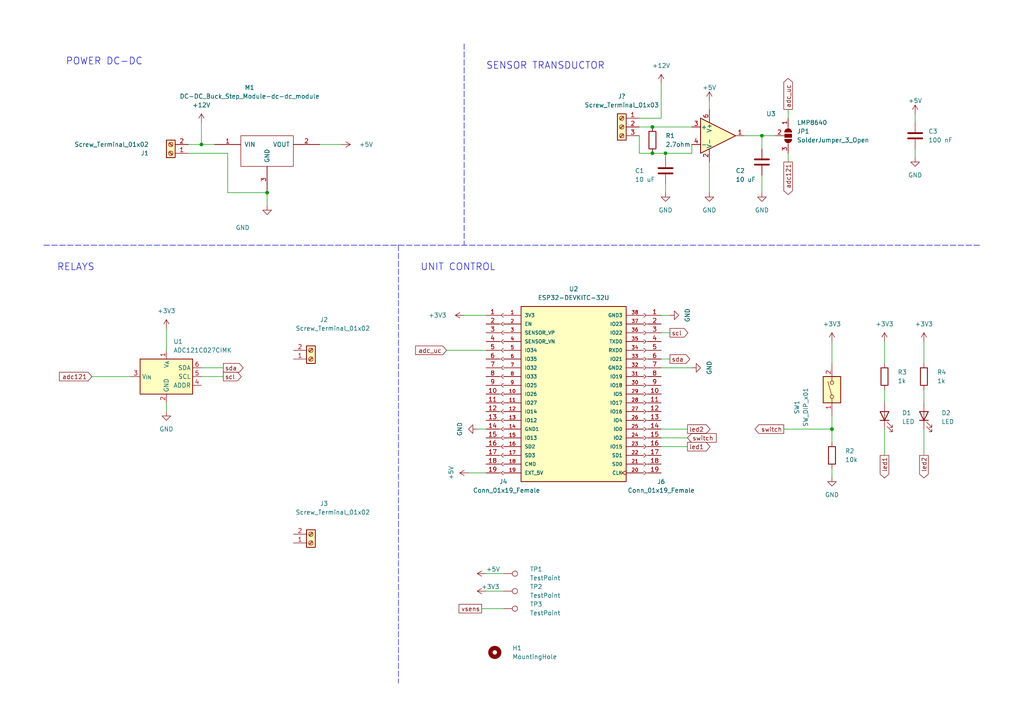
<source format=kicad_sch>
(kicad_sch (version 20211123) (generator eeschema)
  (paper "A4")
  (title_block (title "4-20mA Wifi Logger ") (date "2022-03-15") (rev "v1.0"))
  (lib_symbols
    (symbol "Amplifier_Current:LMP8640" (pin_names (offset 0.127))
      (property "Reference" "U" (at 3.81 5.08 0))
      (property "Value" "LMP8640" (at 3.81 2.54 0))
      (symbol "LMP8640_0_1"
        (polyline (pts (xy -5.08 5.08) (xy 5.08 0) (xy -5.08 -5.08) (xy -5.08 5.08)) (stroke (width 0.254)) (fill (type background)))
      )
      (symbol "LMP8640_1_1"
        (pin output line (at 7.62 0 180) (length 2.54) (name "~") (number "1"))
        (pin power_in line (at -2.54 -7.62 90) (length 3.81) (name "V-") (number "2"))
        (pin input line (at -7.62 2.54 0) (length 2.54) (name "+") (number "3"))
        (pin input line (at -7.62 -2.54 0) (length 2.54) (name "-") (number "4"))
        (pin power_in line (at -2.54 7.62 270) (length 3.81) (name "V+") (number "6"))
      )
    )
    (symbol "Analog_ADC:ADC101C021CIMK"
      (property "Reference" "U" (at 3.81 11.43 0))
      (property "Value" "ADC101C021CIMK" (at 11.43 8.89 0))
      (symbol "ADC101C021CIMK_0_1"
        (rectangle (start -7.62 5.08) (end 7.62 -5.08) (stroke (width 0.254)) (fill (type background)))
      )
      (symbol "ADC101C021CIMK_1_1"
        (pin power_in line (at 0 7.62 270) (length 2.54) (name "V_{A}") (number "1"))
        (pin power_in line (at 0 -7.62 90) (length 2.54) (name "GND") (number "2"))
        (pin input line (at -10.16 0 0) (length 2.54) (name "V_{IN}") (number "3"))
        (pin input line (at 10.16 -2.54 180) (length 2.54) (name "ADDR") (number "4"))
        (pin input line (at 10.16 0 180) (length 2.54) (name "SCL") (number "5"))
        (pin bidirectional line (at 10.16 2.54 180) (length 2.54) (name "SDA") (number "6"))
      )
    )
    (symbol "Connector:Conn_01x19_Female" (pin_names (offset 1.016) hide)
      (property "Reference" "J" (at 0 25.4 0))
      (property "Value" "Conn_01x19_Female" (at 0 -25.4 0))
      (symbol "Conn_01x19_Female_1_1"
        (arc (start 0 -22.352) (mid -0.508 -22.86) (end 0 -23.368) (stroke (width 0.1524)))
        (arc (start 0 -19.812) (mid -0.508 -20.32) (end 0 -20.828) (stroke (width 0.1524)))
        (arc (start 0 -17.272) (mid -0.508 -17.78) (end 0 -18.288) (stroke (width 0.1524)))
        (arc (start 0 -14.732) (mid -0.508 -15.24) (end 0 -15.748) (stroke (width 0.1524)))
        (arc (start 0 -12.192) (mid -0.508 -12.7) (end 0 -13.208) (stroke (width 0.1524)))
        (arc (start 0 -9.652) (mid -0.508 -10.16) (end 0 -10.668) (stroke (width 0.1524)))
        (arc (start 0 -7.112) (mid -0.508 -7.62) (end 0 -8.128) (stroke (width 0.1524)))
        (arc (start 0 -4.572) (mid -0.508 -5.08) (end 0 -5.588) (stroke (width 0.1524)))
        (arc (start 0 -2.032) (mid -0.508 -2.54) (end 0 -3.048) (stroke (width 0.1524)))
        (polyline (pts (xy -1.27 -22.86) (xy -0.508 -22.86)) (stroke (width 0.1524)))
        (polyline (pts (xy -1.27 -20.32) (xy -0.508 -20.32)) (stroke (width 0.1524)))
        (polyline (pts (xy -1.27 -17.78) (xy -0.508 -17.78)) (stroke (width 0.1524)))
        (polyline (pts (xy -1.27 -15.24) (xy -0.508 -15.24)) (stroke (width 0.1524)))
        (polyline (pts (xy -1.27 -12.7) (xy -0.508 -12.7)) (stroke (width 0.1524)))
        (polyline (pts (xy -1.27 -10.16) (xy -0.508 -10.16)) (stroke (width 0.1524)))
        (polyline (pts (xy -1.27 -7.62) (xy -0.508 -7.62)) (stroke (width 0.1524)))
        (polyline (pts (xy -1.27 -5.08) (xy -0.508 -5.08)) (stroke (width 0.1524)))
        (polyline (pts (xy -1.27 -2.54) (xy -0.508 -2.54)) (stroke (width 0.1524)))
        (polyline (pts (xy -1.27 0) (xy -0.508 0)) (stroke (width 0.1524)))
        (polyline (pts (xy -1.27 2.54) (xy -0.508 2.54)) (stroke (width 0.1524)))
        (polyline (pts (xy -1.27 5.08) (xy -0.508 5.08)) (stroke (width 0.1524)))
        (polyline (pts (xy -1.27 7.62) (xy -0.508 7.62)) (stroke (width 0.1524)))
        (polyline (pts (xy -1.27 10.16) (xy -0.508 10.16)) (stroke (width 0.1524)))
        (polyline (pts (xy -1.27 12.7) (xy -0.508 12.7)) (stroke (width 0.1524)))
        (polyline (pts (xy -1.27 15.24) (xy -0.508 15.24)) (stroke (width 0.1524)))
        (polyline (pts (xy -1.27 17.78) (xy -0.508 17.78)) (stroke (width 0.1524)))
        (polyline (pts (xy -1.27 20.32) (xy -0.508 20.32)) (stroke (width 0.1524)))
        (polyline (pts (xy -1.27 22.86) (xy -0.508 22.86)) (stroke (width 0.1524)))
        (arc (start 0 0.508) (mid -0.508 0) (end 0 -0.508) (stroke (width 0.1524)))
        (arc (start 0 3.048) (mid -0.508 2.54) (end 0 2.032) (stroke (width 0.1524)))
        (arc (start 0 5.588) (mid -0.508 5.08) (end 0 4.572) (stroke (width 0.1524)))
        (arc (start 0 8.128) (mid -0.508 7.62) (end 0 7.112) (stroke (width 0.1524)))
        (arc (start 0 10.668) (mid -0.508 10.16) (end 0 9.652) (stroke (width 0.1524)))
        (arc (start 0 13.208) (mid -0.508 12.7) (end 0 12.192) (stroke (width 0.1524)))
        (arc (start 0 15.748) (mid -0.508 15.24) (end 0 14.732) (stroke (width 0.1524)))
        (arc (start 0 18.288) (mid -0.508 17.78) (end 0 17.272) (stroke (width 0.1524)))
        (arc (start 0 20.828) (mid -0.508 20.32) (end 0 19.812) (stroke (width 0.1524)))
        (arc (start 0 23.368) (mid -0.508 22.86) (end 0 22.352) (stroke (width 0.1524)))
        (pin passive line (at -5.08 22.86 0) (length 3.81) (name "Pin_1") (number "1"))
        (pin passive line (at -5.08 0 0) (length 3.81) (name "Pin_10") (number "10"))
        (pin passive line (at -5.08 -2.54 0) (length 3.81) (name "Pin_11") (number "11"))
        (pin passive line (at -5.08 -5.08 0) (length 3.81) (name "Pin_12") (number "12"))
        (pin passive line (at -5.08 -7.62 0) (length 3.81) (name "Pin_13") (number "13"))
        (pin passive line (at -5.08 -10.16 0) (length 3.81) (name "Pin_14") (number "14"))
        (pin passive line (at -5.08 -12.7 0) (length 3.81) (name "Pin_15") (number "15"))
        (pin passive line (at -5.08 -15.24 0) (length 3.81) (name "Pin_16") (number "16"))
        (pin passive line (at -5.08 -17.78 0) (length 3.81) (name "Pin_17") (number "17"))
        (pin passive line (at -5.08 -20.32 0) (length 3.81) (name "Pin_18") (number "18"))
        (pin passive line (at -5.08 -22.86 0) (length 3.81) (name "Pin_19") (number "19"))
        (pin passive line (at -5.08 20.32 0) (length 3.81) (name "Pin_2") (number "2"))
        (pin passive line (at -5.08 17.78 0) (length 3.81) (name "Pin_3") (number "3"))
        (pin passive line (at -5.08 15.24 0) (length 3.81) (name "Pin_4") (number "4"))
        (pin passive line (at -5.08 12.7 0) (length 3.81) (name "Pin_5") (number "5"))
        (pin passive line (at -5.08 10.16 0) (length 3.81) (name "Pin_6") (number "6"))
        (pin passive line (at -5.08 7.62 0) (length 3.81) (name "Pin_7") (number "7"))
        (pin passive line (at -5.08 5.08 0) (length 3.81) (name "Pin_8") (number "8"))
        (pin passive line (at -5.08 2.54 0) (length 3.81) (name "Pin_9") (number "9"))
      )
    )
    (symbol "Connector:Screw_Terminal_01x02" (pin_names (offset 1.016) hide)
      (property "Reference" "J" (at 0 2.54 0))
      (property "Value" "Screw_Terminal_01x02" (at 0 -5.08 0))
      (symbol "Screw_Terminal_01x02_1_1"
        (rectangle (start -1.27 1.27) (end 1.27 -3.81) (stroke (width 0.254)) (fill (type background)))
        (circle (center 0 -2.54) (radius 0.635) (stroke (width 0.1524)))
        (polyline (pts (xy -0.5334 -2.2098) (xy 0.3302 -3.048)) (stroke (width 0.1524)))
        (polyline (pts (xy -0.5334 0.3302) (xy 0.3302 -0.508)) (stroke (width 0.1524)))
        (polyline (pts (xy -0.3556 -2.032) (xy 0.508 -2.8702)) (stroke (width 0.1524)))
        (polyline (pts (xy -0.3556 0.508) (xy 0.508 -0.3302)) (stroke (width 0.1524)))
        (circle (center 0 0) (radius 0.635) (stroke (width 0.1524)))
        (pin passive line (at -5.08 0 0) (length 3.81) (name "Pin_1") (number "1"))
        (pin passive line (at -5.08 -2.54 0) (length 3.81) (name "Pin_2") (number "2"))
      )
    )
    (symbol "Connector:Screw_Terminal_01x03" (pin_names (offset 1.016) hide)
      (property "Reference" "J" (at 0 5.08 0))
      (property "Value" "Screw_Terminal_01x03" (at 0 -5.08 0))
      (symbol "Screw_Terminal_01x03_1_1"
        (rectangle (start -1.27 3.81) (end 1.27 -3.81) (stroke (width 0.254)) (fill (type background)))
        (circle (center 0 -2.54) (radius 0.635) (stroke (width 0.1524)))
        (polyline (pts (xy -0.5334 -2.2098) (xy 0.3302 -3.048)) (stroke (width 0.1524)))
        (polyline (pts (xy -0.5334 0.3302) (xy 0.3302 -0.508)) (stroke (width 0.1524)))
        (polyline (pts (xy -0.5334 2.8702) (xy 0.3302 2.032)) (stroke (width 0.1524)))
        (polyline (pts (xy -0.3556 -2.032) (xy 0.508 -2.8702)) (stroke (width 0.1524)))
        (polyline (pts (xy -0.3556 0.508) (xy 0.508 -0.3302)) (stroke (width 0.1524)))
        (polyline (pts (xy -0.3556 3.048) (xy 0.508 2.2098)) (stroke (width 0.1524)))
        (circle (center 0 0) (radius 0.635) (stroke (width 0.1524)))
        (circle (center 0 2.54) (radius 0.635) (stroke (width 0.1524)))
        (pin passive line (at -5.08 2.54 0) (length 3.81) (name "Pin_1") (number "1"))
        (pin passive line (at -5.08 0 0) (length 3.81) (name "Pin_2") (number "2"))
        (pin passive line (at -5.08 -2.54 0) (length 3.81) (name "Pin_3") (number "3"))
      )
    )
    (symbol "Connector:TestPoint" (pin_numbers hide) (pin_names (offset 0.762) hide)
      (property "Reference" "TP" (at 0 6.858 0))
      (property "Value" "TestPoint" (at 0 5.08 0))
      (symbol "TestPoint_0_1"
        (circle (center 0 3.302) (radius 0.762))
      )
      (symbol "TestPoint_1_1"
        (pin passive line (at 0 0 90) (length 2.54) (name "1") (number "1"))
      )
    )
    (symbol "Device:C" (pin_numbers hide) (pin_names (offset 0.254))
      (property "Reference" "C" (at 0.635 2.54 0))
      (property "Value" "C" (at 0.635 -2.54 0))
      (symbol "C_0_1"
        (polyline (pts (xy -2.032 -0.762) (xy 2.032 -0.762)) (stroke (width 0.508)))
        (polyline (pts (xy -2.032 0.762) (xy 2.032 0.762)) (stroke (width 0.508)))
      )
      (symbol "C_1_1"
        (pin passive line (at 0 3.81 270) (length 2.794) (name "~") (number "1"))
        (pin passive line (at 0 -3.81 90) (length 2.794) (name "~") (number "2"))
      )
    )
    (symbol "Device:LED" (pin_numbers hide) (pin_names (offset 1.016) hide)
      (property "Reference" "D" (at 0 2.54 0))
      (property "Value" "LED" (at 0 -2.54 0))
      (symbol "LED_0_1"
        (polyline (pts (xy -1.27 -1.27) (xy -1.27 1.27)) (stroke (width 0.254)))
        (polyline (pts (xy -1.27 0) (xy 1.27 0)))
        (polyline (pts (xy 1.27 -1.27) (xy 1.27 1.27) (xy -1.27 0) (xy 1.27 -1.27)) (stroke (width 0.254)))
        (polyline (pts (xy -3.048 -0.762) (xy -4.572 -2.286) (xy -3.81 -2.286) (xy -4.572 -2.286) (xy -4.572 -1.524)))
        (polyline (pts (xy -1.778 -0.762) (xy -3.302 -2.286) (xy -2.54 -2.286) (xy -3.302 -2.286) (xy -3.302 -1.524)))
      )
      (symbol "LED_1_1"
        (pin passive line (at -3.81 0 0) (length 2.54) (name "K") (number "1"))
        (pin passive line (at 3.81 0 180) (length 2.54) (name "A") (number "2"))
      )
    )
    (symbol "Device:R" (pin_numbers hide) (pin_names (offset 0))
      (property "Reference" "R" (at 2.032 0 90))
      (property "Value" "R" (at 0 0 90))
      (symbol "R_0_1"
        (rectangle (start -1.016 -2.54) (end 1.016 2.54) (stroke (width 0.254)))
      )
      (symbol "R_1_1"
        (pin passive line (at 0 3.81 270) (length 1.27) (name "~") (number "1"))
        (pin passive line (at 0 -3.81 90) (length 1.27) (name "~") (number "2"))
      )
    )
    (symbol "ESP32-DEVKITC-32U:ESP32-DEVKITC-32U" (pin_names (offset 1.016))
      (property "Reference" "U" (at -15.2654 26.0604 0))
      (property "Value" "ESP32-DEVKITC-32U" (at -15.2654 -27.9654 0))
      (symbol "ESP32-DEVKITC-32U_0_0"
        (rectangle (start -15.24 -25.4) (end 15.24 25.4) (stroke (width 0.254)) (fill (type background)))
        (pin power_in line (at -20.32 22.86 0) (length 5.08) (name "3V3") (number "1"))
        (pin bidirectional line (at -20.32 0 0) (length 5.08) (name "IO26") (number "10"))
        (pin bidirectional line (at -20.32 -2.54 0) (length 5.08) (name "IO27") (number "11"))
        (pin bidirectional line (at -20.32 -5.08 0) (length 5.08) (name "IO14") (number "12"))
        (pin bidirectional line (at -20.32 -7.62 0) (length 5.08) (name "IO12") (number "13"))
        (pin power_in line (at -20.32 -10.16 0) (length 5.08) (name "GND1") (number "14"))
        (pin bidirectional line (at -20.32 -12.7 0) (length 5.08) (name "IO13") (number "15"))
        (pin bidirectional line (at -20.32 -15.24 0) (length 5.08) (name "SD2") (number "16"))
        (pin bidirectional line (at -20.32 -17.78 0) (length 5.08) (name "SD3") (number "17"))
        (pin bidirectional line (at -20.32 -20.32 0) (length 5.08) (name "CMD") (number "18"))
        (pin power_in line (at -20.32 -22.86 0) (length 5.08) (name "EXT_5V") (number "19"))
        (pin input line (at -20.32 20.32 0) (length 5.08) (name "EN") (number "2"))
        (pin input clock (at 20.32 -22.86 180) (length 5.08) (name "CLK") (number "20"))
        (pin bidirectional line (at 20.32 -20.32 180) (length 5.08) (name "SD0") (number "21"))
        (pin bidirectional line (at 20.32 -17.78 180) (length 5.08) (name "SD1") (number "22"))
        (pin bidirectional line (at 20.32 -15.24 180) (length 5.08) (name "IO15") (number "23"))
        (pin bidirectional line (at 20.32 -12.7 180) (length 5.08) (name "IO2") (number "24"))
        (pin bidirectional line (at 20.32 -10.16 180) (length 5.08) (name "IO0") (number "25"))
        (pin bidirectional line (at 20.32 -7.62 180) (length 5.08) (name "IO4") (number "26"))
        (pin bidirectional line (at 20.32 -5.08 180) (length 5.08) (name "IO16") (number "27"))
        (pin bidirectional line (at 20.32 -2.54 180) (length 5.08) (name "IO17") (number "28"))
        (pin bidirectional line (at 20.32 0 180) (length 5.08) (name "IO5") (number "29"))
        (pin input line (at -20.32 17.78 0) (length 5.08) (name "SENSOR_VP") (number "3"))
        (pin bidirectional line (at 20.32 2.54 180) (length 5.08) (name "IO18") (number "30"))
        (pin bidirectional line (at 20.32 5.08 180) (length 5.08) (name "IO19") (number "31"))
        (pin power_in line (at 20.32 7.62 180) (length 5.08) (name "GND2") (number "32"))
        (pin bidirectional line (at 20.32 10.16 180) (length 5.08) (name "IO21") (number "33"))
        (pin input line (at 20.32 12.7 180) (length 5.08) (name "RXD0") (number "34"))
        (pin output line (at 20.32 15.24 180) (length 5.08) (name "TXD0") (number "35"))
        (pin bidirectional line (at 20.32 17.78 180) (length 5.08) (name "IO22") (number "36"))
        (pin bidirectional line (at 20.32 20.32 180) (length 5.08) (name "IO23") (number "37"))
        (pin power_in line (at 20.32 22.86 180) (length 5.08) (name "GND3") (number "38"))
        (pin input line (at -20.32 15.24 0) (length 5.08) (name "SENSOR_VN") (number "4"))
        (pin bidirectional line (at -20.32 12.7 0) (length 5.08) (name "IO34") (number "5"))
        (pin bidirectional line (at -20.32 10.16 0) (length 5.08) (name "IO35") (number "6"))
        (pin bidirectional line (at -20.32 7.62 0) (length 5.08) (name "IO32") (number "7"))
        (pin bidirectional line (at -20.32 5.08 0) (length 5.08) (name "IO33") (number "8"))
        (pin bidirectional line (at -20.32 2.54 0) (length 5.08) (name "IO25") (number "9"))
      )
    )
    (symbol "Jumper:SolderJumper_3_Open" (pin_names (offset 0) hide)
      (property "Reference" "JP" (at -2.54 -2.54 0))
      (property "Value" "SolderJumper_3_Open" (at 0 2.794 0))
      (symbol "SolderJumper_3_Open_0_1"
        (arc (start -1.016 1.016) (mid -2.032 0) (end -1.016 -1.016))
        (arc (start -1.016 1.016) (mid -2.032 0) (end -1.016 -1.016) (fill (type outline)))
        (rectangle (start -0.508 1.016) (end 0.508 -1.016) (fill (type outline)))
        (polyline (pts (xy -2.54 0) (xy -2.032 0)))
        (polyline (pts (xy -1.016 1.016) (xy -1.016 -1.016)))
        (polyline (pts (xy 0 -1.27) (xy 0 -1.016)))
        (polyline (pts (xy 1.016 1.016) (xy 1.016 -1.016)))
        (polyline (pts (xy 2.54 0) (xy 2.032 0)))
        (arc (start 1.016 -1.016) (mid 2.032 0) (end 1.016 1.016))
        (arc (start 1.016 -1.016) (mid 2.032 0) (end 1.016 1.016) (fill (type outline)))
      )
      (symbol "SolderJumper_3_Open_1_1"
        (pin passive line (at -5.08 0 0) (length 2.54) (name "A") (number "1"))
        (pin passive line (at 0 -3.81 90) (length 2.54) (name "C") (number "2"))
        (pin passive line (at 5.08 0 180) (length 2.54) (name "B") (number "3"))
      )
    )
    (symbol "Mechanical:MountingHole" (pin_names (offset 1.016))
      (property "Reference" "H" (at 0 5.08 0))
      (property "Value" "MountingHole" (at 0 3.175 0))
      (symbol "MountingHole_0_1"
        (circle (center 0 0) (radius 1.27) (stroke (width 1.27)))
      )
    )
    (symbol "Switch:SW_DIP_x01" (pin_names (offset 0) hide)
      (property "Reference" "SW" (at 0 3.81 0))
      (property "Value" "SW_DIP_x01" (at 0 -3.81 0))
      (symbol "SW_DIP_x01_0_0"
        (circle (center -2.032 0) (radius 0.508))
        (polyline (pts (xy -1.524 0.127) (xy 2.3622 1.1684)))
        (circle (center 2.032 0) (radius 0.508))
      )
      (symbol "SW_DIP_x01_0_1"
        (rectangle (start -3.81 2.54) (end 3.81 -2.54) (stroke (width 0.254)) (fill (type background)))
      )
      (symbol "SW_DIP_x01_1_1"
        (pin passive line (at -7.62 0 0) (length 5.08) (name "~") (number "1"))
        (pin passive line (at 7.62 0 180) (length 5.08) (name "~") (number "2"))
      )
    )
    (symbol "buck-dc:DC-DC_Buck_Step_Module-dc-dc_module" (pin_names (offset 1.016))
      (property "Reference" "M" (at 10.16 -2.54 0))
      (property "Value" "DC-DC_Buck_Step_Module-dc-dc_module" (at 0 6.35 0))
      (symbol "DC-DC_Buck_Step_Module-dc-dc_module_0_1"
        (rectangle (start -7.62 3.81) (end 7.62 -5.08))
      )
      (symbol "DC-DC_Buck_Step_Module-dc-dc_module_1_1"
        (pin power_in line (at -15.24 1.27 0) (length 7.62) (name "VIN") (number "1"))
        (pin power_out line (at 15.24 1.27 180) (length 7.62) (name "VOUT") (number "2"))
        (pin bidirectional line (at 0 -12.7 90) (length 7.62) (name "GND") (number "3"))
      )
    )
    (symbol "power:+12V" (power) (pin_names (offset 0))
      (property "Value" "+12V" (at 0 3.556 0))
      (symbol "+12V_0_1"
        (polyline (pts (xy -0.762 1.27) (xy 0 2.54)))
        (polyline (pts (xy 0 0) (xy 0 2.54)))
        (polyline (pts (xy 0 2.54) (xy 0.762 1.27)))
      )
      (symbol "+12V_1_1"
        (pin power_in line (at 0 0 90) (length 0) hide (name "+12V") (number "1"))
      )
    )
    (symbol "power:+3V3" (power) (pin_names (offset 0))
      (property "Value" "+3V3" (at 0 3.556 0))
      (symbol "+3V3_0_1"
        (polyline (pts (xy -0.762 1.27) (xy 0 2.54)))
        (polyline (pts (xy 0 0) (xy 0 2.54)))
        (polyline (pts (xy 0 2.54) (xy 0.762 1.27)))
      )
      (symbol "+3V3_1_1"
        (pin power_in line (at 0 0 90) (length 0) hide (name "+3V3") (number "1"))
      )
    )
    (symbol "power:+5V" (power) (pin_names (offset 0))
      (property "Value" "+5V" (at 0 3.556 0))
      (symbol "+5V_0_1"
        (polyline (pts (xy -0.762 1.27) (xy 0 2.54)))
        (polyline (pts (xy 0 0) (xy 0 2.54)))
        (polyline (pts (xy 0 2.54) (xy 0.762 1.27)))
      )
      (symbol "+5V_1_1"
        (pin power_in line (at 0 0 90) (length 0) hide (name "+5V") (number "1"))
      )
    )
    (symbol "power:GND" (power) (pin_names (offset 0))
      (property "Value" "GND" (at 0 -3.81 0))
      (symbol "GND_0_1"
        (polyline (pts (xy 0 0) (xy 0 -1.27) (xy 1.27 -1.27) (xy 0 -2.54) (xy -1.27 -1.27) (xy 0 -1.27)))
      )
      (symbol "GND_1_1"
        (pin power_in line (at 0 0 270) (length 0) hide (name "GND") (number "1"))
      )
    )
  )
  (junction (at 77.47 55.88))
  (junction (at 189.23 36.83))
  (junction (at 241.3 124.46))
  (junction (at 193.04 44.45))
  (junction (at 58.42 41.91))
  (junction (at 189.23 44.45))
  (junction (at 220.98 39.37))
  (wire (pts (xy 140.97 124.46) (xy 138.43 124.46)))
  (wire (pts (xy 193.04 44.45) (xy 193.04 45.72)))
  (wire (pts (xy 241.3 120.65) (xy 241.3 124.46)))
  (wire (pts (xy 241.3 124.46) (xy 241.3 128.27)))
  (wire (pts (xy 228.6 31.75) (xy 228.6 34.29)))
  (wire (pts (xy 267.97 124.46) (xy 267.97 132.08)))
  (wire (pts (xy 66.04 44.45) (xy 66.04 55.88)))
  (wire (pts (xy 66.04 55.88) (xy 77.47 55.88)))
  (wire (pts (xy 227.33 124.46) (xy 241.3 124.46)))
  (wire (pts (xy 185.42 44.45) (xy 189.23 44.45)))
  (wire (pts (xy 191.77 127) (xy 199.39 127)))
  (wire (pts (xy 191.77 106.68) (xy 200.66 106.68)))
  (polyline (pts (xy 134.62 12.7) (xy 134.62 71.12)))
  (wire (pts (xy 58.42 106.68) (xy 64.77 106.68)))
  (wire (pts (xy 26.67 109.22) (xy 38.1 109.22)))
  (wire (pts (xy 185.42 34.29) (xy 191.77 34.29)))
  (wire (pts (xy 48.26 95.25) (xy 48.26 101.6)))
  (wire (pts (xy 241.3 99.06) (xy 241.3 105.41)))
  (wire (pts (xy 77.47 55.88) (xy 77.47 59.69)))
  (wire (pts (xy 134.62 91.44) (xy 140.97 91.44)))
  (wire (pts (xy 191.77 24.13) (xy 191.77 34.29)))
  (wire (pts (xy 265.43 33.02) (xy 265.43 35.56)))
  (wire (pts (xy 189.23 36.83) (xy 200.66 36.83)))
  (wire (pts (xy 58.42 109.22) (xy 64.77 109.22)))
  (wire (pts (xy 191.77 96.52) (xy 194.31 96.52)))
  (wire (pts (xy 92.71 41.91) (xy 99.06 41.91)))
  (wire (pts (xy 220.98 39.37) (xy 220.98 43.18)))
  (wire (pts (xy 191.77 104.14) (xy 194.31 104.14)))
  (wire (pts (xy 54.61 44.45) (xy 66.04 44.45)))
  (wire (pts (xy 220.98 50.8) (xy 220.98 55.88)))
  (wire (pts (xy 185.42 36.83) (xy 189.23 36.83)))
  (wire (pts (xy 193.04 53.34) (xy 193.04 55.88)))
  (wire (pts (xy 241.3 135.89) (xy 241.3 138.43)))
  (wire (pts (xy 129.54 101.6) (xy 140.97 101.6)))
  (wire (pts (xy 135.89 137.16) (xy 140.97 137.16)))
  (wire (pts (xy 54.61 41.91) (xy 58.42 41.91)))
  (wire (pts (xy 139.7 176.53) (xy 146.05 176.53)))
  (polyline (pts (xy 115.57 71.12) (xy 115.57 198.12)))
  (wire (pts (xy 185.42 39.37) (xy 185.42 44.45)))
  (polyline (pts (xy 12.7 71.12) (xy 284.48 71.12)))
  (wire (pts (xy 265.43 43.18) (xy 265.43 45.72)))
  (wire (pts (xy 191.77 129.54) (xy 199.39 129.54)))
  (wire (pts (xy 58.42 41.91) (xy 62.23 41.91)))
  (wire (pts (xy 267.97 113.03) (xy 267.97 116.84)))
  (wire (pts (xy 205.74 46.99) (xy 205.74 55.88)))
  (wire (pts (xy 228.6 44.45) (xy 228.6 46.99)))
  (wire (pts (xy 256.54 113.03) (xy 256.54 116.84)))
  (wire (pts (xy 205.74 29.21) (xy 205.74 31.75)))
  (wire (pts (xy 256.54 99.06) (xy 256.54 105.41)))
  (wire (pts (xy 140.97 171.45) (xy 146.05 171.45)))
  (wire (pts (xy 48.26 116.84) (xy 48.26 119.38)))
  (wire (pts (xy 140.97 166.37) (xy 146.05 166.37)))
  (wire (pts (xy 189.23 44.45) (xy 193.04 44.45)))
  (wire (pts (xy 200.66 41.91) (xy 200.66 44.45)))
  (wire (pts (xy 193.04 44.45) (xy 200.66 44.45)))
  (wire (pts (xy 220.98 39.37) (xy 224.79 39.37)))
  (wire (pts (xy 215.9 39.37) (xy 220.98 39.37)))
  (wire (pts (xy 191.77 91.44) (xy 194.31 91.44)))
  (wire (pts (xy 58.42 35.56) (xy 58.42 41.91)))
  (wire (pts (xy 267.97 99.06) (xy 267.97 105.41)))
  (wire (pts (xy 256.54 124.46) (xy 256.54 132.08)))
  (wire (pts (xy 191.77 124.46) (xy 199.39 124.46)))
  (text "RELAYS" (at 16.51 78.74 0) (effects (font (size 2 2)) (justify left bottom)))
  (text "UNIT CONTROL" (at 121.92 78.74 0) (effects (font (size 2 2)) (justify left bottom)))
  (text "SENSOR TRANSDUCTOR" (at 140.97 20.32 0) (effects (font (size 2 2)) (justify left bottom)))
  (text "POWER DC-DC" (at 19.05 19.05 0) (effects (font (size 2 2)) (justify left bottom)))
  (global_label "adc121" (shape output) (at 228.6 46.99 270) (property "Intersheet References" "${INTERSHEET_REFS}" (effects hide)))
  (global_label "sda" (shape output) (at 194.31 104.14 0) (property "Intersheet References" "${INTERSHEET_REFS}" (effects hide)))
  (global_label "adc_uc" (shape input) (at 129.54 101.6 180) (property "Intersheet References" "${INTERSHEET_REFS}" (effects hide)))
  (global_label "scl" (shape output) (at 64.77 109.22 0) (property "Intersheet References" "${INTERSHEET_REFS}" (effects hide)))
  (global_label "led1" (shape output) (at 199.39 129.54 0) (property "Intersheet References" "${INTERSHEET_REFS}" (effects hide)))
  (global_label "switch" (shape input) (at 199.39 127 0) (property "Intersheet References" "${INTERSHEET_REFS}" (effects hide)))
  (global_label "adc121" (shape input) (at 26.67 109.22 180) (property "Intersheet References" "${INTERSHEET_REFS}" (effects hide)))
  (global_label "led2" (shape output) (at 267.97 132.08 270) (property "Intersheet References" "${INTERSHEET_REFS}" (effects hide)))
  (global_label "vsens" (shape passive) (at 139.7 176.53 180) (property "Intersheet References" "${INTERSHEET_REFS}" (effects hide)))
  (global_label "switch" (shape output) (at 227.33 124.46 180) (property "Intersheet References" "${INTERSHEET_REFS}" (effects hide)))
  (global_label "led2" (shape output) (at 199.39 124.46 0) (property "Intersheet References" "${INTERSHEET_REFS}" (effects hide)))
  (global_label "led1" (shape output) (at 256.54 132.08 270) (property "Intersheet References" "${INTERSHEET_REFS}" (effects hide)))
  (global_label "adc_uc" (shape output) (at 228.6 31.75 90) (property "Intersheet References" "${INTERSHEET_REFS}" (effects hide)))
  (global_label "sda" (shape output) (at 64.77 106.68 0) (property "Intersheet References" "${INTERSHEET_REFS}" (effects hide)))
  (global_label "scl" (shape output) (at 194.31 96.52 0) (property "Intersheet References" "${INTERSHEET_REFS}" (effects hide)))
  (symbol (lib_id "Connector:TestPoint") (at 146.05 171.45 270) (unit 1)
    (property "Reference" "TP2" (at 153.67 170.1799 90) (effects (justify left)))
    (property "Value" "TestPoint" (at 153.67 172.7199 90) (effects (justify left)))
    (property "Footprint" "TestPoint:TestPoint_Pad_D1.0mm" (effects hide))
  )
  (symbol (lib_id "Device:R") (at 267.97 109.22 180) (unit 1)
    (property "Reference" "R4" (at 271.78 107.9499 0) (effects (justify right)))
    (property "Value" "1k" (at 271.78 110.4899 0) (effects (justify right)))
    (property "Footprint" "Resistor_SMD:R_0805_2012Metric_Pad1.20x1.40mm_HandSolder" (effects hide))
  )
  (symbol (lib_id "Connector:Screw_Terminal_01x02") (at 49.53 44.45 180) (unit 1)
    (property "Reference" "J1" (at 43.18 44.4501 0) (effects (justify left)))
    (property "Value" "Screw_Terminal_01x02" (at 43.18 41.9101 0) (effects (justify left)))
    (property "Footprint" "project_library:TerminalBlock__1x02_P5.00mm_90Degree" (effects hide))
  )
  (symbol (lib_id "power:GND") (at 48.26 119.38 0) (unit 1)
    (property "Reference" "#PWR02" (effects hide))
    (property "Value" "GND" (at 48.26 124.46 0))
  )
  (symbol (lib_id "power:+3V3") (at 241.3 99.06 0) (unit 1)
    (property "Reference" "#PWR016" (effects hide))
    (property "Value" "+3V3" (at 241.3 93.98 0))
  )
  (symbol (lib_id "Analog_ADC:ADC101C021CIMK") (at 48.26 109.22 0) (unit 1)
    (property "Reference" "U1" (at 50.2794 99.06 0) (effects (justify left)))
    (property "Value" "ADC121C027CIMK" (at 50.2794 101.6 0) (effects (justify left)))
    (property "Footprint" "Package_TO_SOT_SMD:SOT-23-6" (effects hide))
    (property "Datasheet" "https://www.ti.com/lit/ds/symlink/adc101c021.pdf" (effects hide))
  )
  (symbol (lib_id "Connector:Screw_Terminal_01x02") (at 90.17 157.48 0) (mirror x) (unit 1)
    (property "Reference" "J3" (at 93.98 146.05 0))
    (property "Value" "Screw_Terminal_01x02" (at 96.52 148.59 0))
    (property "Footprint" "project_library:TerminalBlock__1x02_P5.00mm_90Degree" (effects hide))
  )
  (symbol (lib_id "Device:R") (at 256.54 109.22 180) (unit 1)
    (property "Reference" "R3" (at 260.35 107.9499 0) (effects (justify right)))
    (property "Value" "1k" (at 260.35 110.4899 0) (effects (justify right)))
    (property "Footprint" "Resistor_SMD:R_0805_2012Metric_Pad1.20x1.40mm_HandSolder" (effects hide))
  )
  (symbol (lib_id "power:GND") (at 77.47 59.69 0) (unit 1)
    (property "Reference" "#PWR03" (effects hide))
    (property "Value" "GND" (at 70.3753 66.04 0))
  )
  (symbol (lib_id "power:GND") (at 205.74 55.88 0) (unit 1)
    (property "Reference" "#PWR014" (effects hide))
    (property "Value" "GND" (at 205.74 60.96 0))
  )
  (symbol (lib_id "Connector:Conn_01x19_Female") (at 146.05 114.3 0) (unit 1)
    (property "Reference" "J4" (at 144.78 139.7 0) (effects (justify left)))
    (property "Value" "Conn_01x19_Female" (at 137.16 142.24 0) (effects (justify left)))
    (property "Footprint" "Connector_PinSocket_2.54mm:PinSocket_1x19_P2.54mm_Vertical" (effects hide))
  )
  (symbol (lib_id "Switch:SW_DIP_x01") (at 241.3 113.03 90) (unit 1)
    (property "Reference" "SW1" (at 231.14 118.11 0))
    (property "Value" "SW_DIP_x01" (at 233.68 118.11 0))
    (property "Footprint" "Button_Switch_THT:SW_Tactile_SPST_Angled_PTS645Vx58-2LFS" (effects hide))
  )
  (symbol (lib_id "power:GND") (at 194.31 91.44 90) (unit 1)
    (property "Reference" "#PWR011" (effects hide))
    (property "Value" "GND" (at 199.39 91.44 0))
  )
  (symbol (lib_id "Connector:Screw_Terminal_01x02") (at 90.17 104.14 0) (mirror x) (unit 1)
    (property "Reference" "J2" (at 93.98 92.71 0))
    (property "Value" "Screw_Terminal_01x02" (at 96.52 95.25 0))
    (property "Footprint" "project_library:TerminalBlock__1x02_P5.00mm_90Degree" (effects hide))
  )
  (symbol (lib_id "power:GND") (at 265.43 45.72 0) (unit 1)
    (property "Reference" "#PWR020" (effects hide))
    (property "Value" "GND" (at 265.43 50.8 0))
  )
  (symbol (lib_id "Connector:TestPoint") (at 146.05 166.37 270) (unit 1)
    (property "Reference" "TP1" (at 153.67 165.0999 90) (effects (justify left)))
    (property "Value" "TestPoint" (at 153.67 167.6399 90) (effects (justify left)))
    (property "Footprint" "TestPoint:TestPoint_Pad_D1.0mm" (effects hide))
  )
  (symbol (lib_id "Device:C") (at 220.98 46.99 0) (unit 1)
    (property "Reference" "C2" (at 213.36 49.53 0) (effects (justify left)))
    (property "Value" "10 uF" (at 213.36 52.07 0) (effects (justify left)))
    (property "Footprint" "Capacitor_SMD:C_0805_2012Metric_Pad1.18x1.45mm_HandSolder" (effects hide))
  )
  (symbol (lib_id "Connector:Screw_Terminal_01x03") (at 180.34 36.83 0) (mirror y) (unit 1)
    (property "Reference" "J?" (at 180.34 27.94 0))
    (property "Value" "Screw_Terminal_01x03" (at 180.34 30.48 0))
  )
  (symbol (lib_id "power:+12V") (at 191.77 24.13 0) (unit 1)
    (property "Reference" "#PWR?" (effects hide))
    (property "Value" "+12V" (at 191.77 19.05 0))
  )
  (symbol (lib_id "Device:LED") (at 256.54 120.65 90) (unit 1)
    (property "Reference" "D1" (at 261.62 119.7608 90) (effects (justify right)))
    (property "Value" "LED" (at 261.62 122.3008 90) (effects (justify right)))
    (property "Footprint" "LED_THT:LED_D1.8mm_W1.8mm_H2.4mm_Horizontal_O1.27mm_Z1.6mm" (effects hide))
  )
  (symbol (lib_id "power:GND") (at 193.04 55.88 0) (unit 1)
    (property "Reference" "#PWR010" (effects hide))
    (property "Value" "GND" (at 193.04 60.96 0))
  )
  (symbol (lib_id "power:GND") (at 241.3 138.43 0) (unit 1)
    (property "Reference" "#PWR017" (effects hide))
    (property "Value" "GND" (at 241.3 143.51 0))
  )
  (symbol (lib_id "Connector:TestPoint") (at 146.05 176.53 270) (unit 1)
    (property "Reference" "TP3" (at 153.67 175.2599 90) (effects (justify left)))
    (property "Value" "TestPoint" (at 153.67 177.7999 90) (effects (justify left)))
    (property "Footprint" "TestPoint:TestPoint_Pad_D1.0mm" (effects hide))
  )
  (symbol (lib_id "power:+5V") (at 205.74 29.21 0) (unit 1)
    (property "Reference" "#PWR013" (effects hide))
    (property "Value" "+5V" (at 205.74 25.4 0))
  )
  (symbol (lib_id "power:+5V") (at 135.89 137.16 90) (unit 1)
    (property "Reference" "#PWR06" (effects hide))
    (property "Value" "+5V" (at 130.81 137.16 0))
  )
  (symbol (lib_id "power:GND") (at 138.43 124.46 270) (unit 1)
    (property "Reference" "#PWR07" (effects hide))
    (property "Value" "GND" (at 133.35 124.46 0))
  )
  (symbol (lib_id "Device:LED") (at 267.97 120.65 90) (unit 1)
    (property "Reference" "D2" (at 273.05 119.7608 90) (effects (justify right)))
    (property "Value" "LED" (at 273.05 122.3008 90) (effects (justify right)))
    (property "Footprint" "LED_THT:LED_D1.8mm_W1.8mm_H2.4mm_Horizontal_O1.27mm_Z1.6mm" (effects hide))
  )
  (symbol (lib_id "power:+5V") (at 99.06 41.91 270) (unit 1)
    (property "Reference" "#PWR04" (effects hide))
    (property "Value" "+5V" (at 104.14 41.9099 90) (effects (justify left)))
  )
  (symbol (lib_id "Device:C") (at 265.43 39.37 0) (unit 1)
    (property "Reference" "C3" (at 269.24 38.1 0) (effects (justify left)))
    (property "Value" "100 nF" (at 269.24 40.64 0) (effects (justify left)))
    (property "Footprint" "Capacitor_SMD:C_0805_2012Metric_Pad1.18x1.45mm_HandSolder" (effects hide))
  )
  (symbol (lib_id "power:+3V3") (at 256.54 99.06 0) (unit 1)
    (property "Reference" "#PWR018" (effects hide))
    (property "Value" "+3V3" (at 256.54 93.98 0))
  )
  (symbol (lib_id "power:+3V3") (at 48.26 95.25 0) (unit 1)
    (property "Reference" "#PWR01" (effects hide))
    (property "Value" "+3V3" (at 48.26 90.17 0))
  )
  (symbol (lib_id "Jumper:SolderJumper_3_Open") (at 228.6 39.37 270) (unit 1)
    (property "Reference" "JP1" (at 231.14 38.0999 90) (effects (justify left)))
    (property "Value" "SolderJumper_3_Open" (at 231.14 40.6399 90) (effects (justify left)))
    (property "Footprint" "Jumper:SolderJumper-3_P1.3mm_Open_RoundedPad1.0x1.5mm" (effects hide))
  )
  (symbol (lib_id "power:GND") (at 220.98 55.88 0) (unit 1)
    (property "Reference" "#PWR015" (effects hide))
    (property "Value" "GND" (at 220.98 60.96 0))
  )
  (symbol (lib_id "power:GND") (at 200.66 106.68 90) (unit 1)
    (property "Reference" "#PWR012" (effects hide))
    (property "Value" "GND" (at 205.74 106.68 0))
  )
  (symbol (lib_id "Mechanical:MountingHole") (at 143.51 189.23 0) (unit 1)
    (property "Reference" "H1" (at 148.59 187.9599 0) (effects (justify left)))
    (property "Value" "MountingHole" (at 148.59 190.4999 0) (effects (justify left)))
    (property "Footprint" "MountingHole:MountingHole_2.7mm_M2.5_ISO7380_Pad" (effects hide))
  )
  (symbol (lib_id "power:+5V") (at 140.97 166.37 90) (unit 1)
    (property "Reference" "#PWR08" (effects hide))
    (property "Value" "+5V" (at 140.97 165.1 90) (effects (justify right)))
  )
  (symbol (lib_id "power:+3V3") (at 134.62 91.44 90) (unit 1)
    (property "Reference" "#PWR05" (effects hide))
    (property "Value" "+3V3" (at 129.54 91.4399 90) (effects (justify left)))
  )
  (symbol (lib_id "Device:R") (at 241.3 132.08 180) (unit 1)
    (property "Reference" "R2" (at 245.11 130.8099 0) (effects (justify right)))
    (property "Value" "10k" (at 245.11 133.3499 0) (effects (justify right)))
    (property "Footprint" "Resistor_SMD:R_0805_2012Metric_Pad1.20x1.40mm_HandSolder" (effects hide))
  )
  (symbol (lib_id "power:+5V") (at 265.43 33.02 0) (unit 1)
    (property "Reference" "#PWR019" (effects hide))
    (property "Value" "+5V" (at 265.43 29.21 0))
  )
  (symbol (lib_id "ESP32-DEVKITC-32U:ESP32-DEVKITC-32U") (at 166.37 114.3 0) (unit 1) (on_board no)
    (property "Reference" "U2" (at 166.37 83.82 0))
    (property "Value" "ESP32-DEVKITC-32U" (at 166.37 86.36 0))
    (property "Footprint" "MODULE_ESP32-DEVKITC-32U" (effects hide))
    (property "PARTREV" "N/A" (effects hide))
    (property "MANUFACTURER" "ESPRESSIF" (effects hide))
    (property "STANDARD" "Manufacturer Recommendations" (effects hide))
  )
  (symbol (lib_id "Amplifier_Current:LMP8640") (at 208.28 39.37 0) (unit 1)
    (property "Reference" "U3" (at 222.25 33.0199 0) (effects (justify left)))
    (property "Value" "LMP8640" (at 231.14 35.5599 0) (effects (justify left)))
    (property "Footprint" "Package_TO_SOT_SMD:SOT-23-6" (effects hide))
    (property "Datasheet" "http://www.ti.com/lit/ds/symlink/lmp8640.pdf" (effects hide))
  )
  (symbol (lib_id "Device:R") (at 189.23 40.64 0) (unit 1)
    (property "Reference" "R1" (at 193.04 39.3699 0) (effects (justify left)))
    (property "Value" "2.7ohm" (at 193.04 41.9099 0) (effects (justify left)))
    (property "Footprint" "Resistor_SMD:R_2512_6332Metric_Pad1.40x3.35mm_HandSolder" (effects hide))
  )
  (symbol (lib_id "buck-dc:DC-DC_Buck_Step_Module-dc-dc_module") (at 77.47 43.18 0) (unit 1)
    (property "Reference" "M1" (at 72.39 25.4 0))
    (property "Value" "DC-DC_Buck_Step_Module-dc-dc_module" (at 72.39 27.94 0))
    (property "Footprint" "project_library:DC-DC_Buck_Step_Module" (effects hide))
  )
  (symbol (lib_id "power:+12V") (at 58.42 35.56 0) (unit 1)
    (property "Reference" "#PWR?" (effects hide))
    (property "Value" "+12V" (at 58.42 30.48 0))
  )
  (symbol (lib_id "power:+3V3") (at 140.97 171.45 90) (unit 1)
    (property "Reference" "#PWR09" (effects hide))
    (property "Value" "+3V3" (at 142.24 170.18 90))
  )
  (symbol (lib_id "Connector:Conn_01x19_Female") (at 186.69 114.3 0) (mirror y) (unit 1)
    (property "Reference" "J6" (at 191.77 139.7 0))
    (property "Value" "Conn_01x19_Female" (at 191.77 142.24 0))
    (property "Footprint" "Connector_PinSocket_2.54mm:PinSocket_1x19_P2.54mm_Vertical" (effects hide))
  )
  (symbol (lib_id "Device:C") (at 193.04 49.53 0) (unit 1)
    (property "Reference" "C1" (at 184.15 49.53 0) (effects (justify left)))
    (property "Value" "10 uF" (at 184.15 52.07 0) (effects (justify left)))
    (property "Footprint" "Capacitor_SMD:C_0805_2012Metric_Pad1.18x1.45mm_HandSolder" (effects hide))
  )
  (symbol (lib_id "power:+3V3") (at 267.97 99.06 0) (unit 1)
    (property "Reference" "#PWR021" (effects hide))
    (property "Value" "+3V3" (at 267.97 93.98 0))
  )
)
</source>
